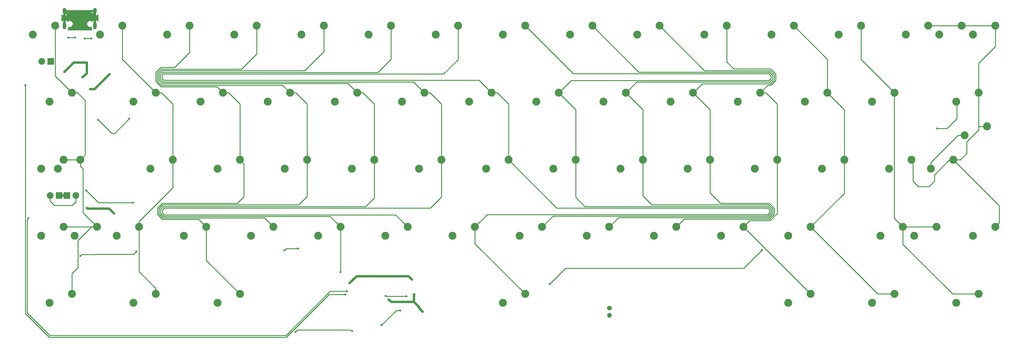
<source format=gbr>
G04 #@! TF.GenerationSoftware,KiCad,Pcbnew,(5.1.5)-3*
G04 #@! TF.CreationDate,2020-05-05T12:01:41+01:00*
G04 #@! TF.ProjectId,prophet,70726f70-6865-4742-9e6b-696361645f70,rev?*
G04 #@! TF.SameCoordinates,Original*
G04 #@! TF.FileFunction,Copper,L1,Top*
G04 #@! TF.FilePolarity,Positive*
%FSLAX46Y46*%
G04 Gerber Fmt 4.6, Leading zero omitted, Abs format (unit mm)*
G04 Created by KiCad (PCBNEW (5.1.5)-3) date 2020-05-05 12:01:41*
%MOMM*%
%LPD*%
G04 APERTURE LIST*
%ADD10R,1.905000X1.905000*%
%ADD11C,1.905000*%
%ADD12C,2.250000*%
%ADD13O,1.000000X2.100000*%
%ADD14O,1.000000X1.600000*%
%ADD15O,1.350000X1.350000*%
%ADD16C,1.350000*%
%ADD17C,0.600000*%
%ADD18C,0.635000*%
%ADD19C,0.254000*%
G04 APERTURE END LIST*
D10*
X83820000Y-107473750D03*
D11*
X81280000Y-107473750D03*
D12*
X78740000Y-99853750D03*
X85090000Y-97313750D03*
D10*
X88423750Y-145573750D03*
D11*
X90963750Y-145573750D03*
D12*
X85883750Y-137953750D03*
X92233750Y-135413750D03*
D10*
X86201250Y-145573750D03*
D11*
X83661250Y-145573750D03*
D12*
X81121250Y-137953750D03*
X87471250Y-135413750D03*
D13*
X87755000Y-97267500D03*
X96395000Y-97267500D03*
D14*
X87755000Y-93087500D03*
X96395000Y-93087500D03*
D12*
X327977500Y-135413750D03*
X321627500Y-137953750D03*
X343058750Y-128428750D03*
X349408750Y-125888750D03*
X104140000Y-97313750D03*
X97790000Y-99853750D03*
X123190000Y-97313750D03*
X116840000Y-99853750D03*
X142240000Y-97313750D03*
X135890000Y-99853750D03*
X161290000Y-97313750D03*
X154940000Y-99853750D03*
X180340000Y-97313750D03*
X173990000Y-99853750D03*
X199390000Y-97313750D03*
X193040000Y-99853750D03*
X218440000Y-97313750D03*
X212090000Y-99853750D03*
X237490000Y-97313750D03*
X231140000Y-99853750D03*
X256540000Y-97313750D03*
X250190000Y-99853750D03*
X275590000Y-97313750D03*
X269240000Y-99853750D03*
X294640000Y-97313750D03*
X288290000Y-99853750D03*
X313690000Y-97313750D03*
X307340000Y-99853750D03*
X342265000Y-97313750D03*
X335915000Y-99853750D03*
X89852500Y-116363750D03*
X83502500Y-118903750D03*
X113665000Y-116363750D03*
X107315000Y-118903750D03*
X132715000Y-116363750D03*
X126365000Y-118903750D03*
X151765000Y-116363750D03*
X145415000Y-118903750D03*
X170815000Y-116363750D03*
X164465000Y-118903750D03*
X189865000Y-116363750D03*
X183515000Y-118903750D03*
X208915000Y-116363750D03*
X202565000Y-118903750D03*
X227965000Y-116363750D03*
X221615000Y-118903750D03*
X247015000Y-116363750D03*
X240665000Y-118903750D03*
X266065000Y-116363750D03*
X259715000Y-118903750D03*
X285115000Y-116363750D03*
X278765000Y-118903750D03*
X304165000Y-116363750D03*
X297815000Y-118903750D03*
X323215000Y-116363750D03*
X316865000Y-118903750D03*
X347027500Y-116363750D03*
X340677500Y-118903750D03*
X118427500Y-135413750D03*
X112077500Y-137953750D03*
X137477500Y-135413750D03*
X131127500Y-137953750D03*
X156527500Y-135413750D03*
X150177500Y-137953750D03*
X175577500Y-135413750D03*
X169227500Y-137953750D03*
X194627500Y-135413750D03*
X188277500Y-137953750D03*
X213677500Y-135413750D03*
X207327500Y-137953750D03*
X232727500Y-135413750D03*
X226377500Y-137953750D03*
X251777500Y-135413750D03*
X245427500Y-137953750D03*
X270827500Y-135413750D03*
X264477500Y-137953750D03*
X289877500Y-135413750D03*
X283527500Y-137953750D03*
X308927500Y-135413750D03*
X302577500Y-137953750D03*
X339883750Y-135413750D03*
X333533750Y-137953750D03*
X87471250Y-154463750D03*
X81121250Y-157003750D03*
X108902500Y-154463750D03*
X102552500Y-157003750D03*
X127952500Y-154463750D03*
X121602500Y-157003750D03*
X147002500Y-154463750D03*
X140652500Y-157003750D03*
X166052500Y-154463750D03*
X159702500Y-157003750D03*
X185102500Y-154463750D03*
X178752500Y-157003750D03*
X204152500Y-154463750D03*
X197802500Y-157003750D03*
X223202500Y-154463750D03*
X216852500Y-157003750D03*
X242252500Y-154463750D03*
X235902500Y-157003750D03*
X261302500Y-154463750D03*
X254952500Y-157003750D03*
X280352500Y-154463750D03*
X274002500Y-157003750D03*
X299402500Y-154463750D03*
X293052500Y-157003750D03*
X325596250Y-154463750D03*
X319246250Y-157003750D03*
X351790000Y-154463750D03*
X345440000Y-157003750D03*
X89852500Y-173513750D03*
X83502500Y-176053750D03*
X113665000Y-173513750D03*
X107315000Y-176053750D03*
X137477500Y-173513750D03*
X131127500Y-176053750D03*
X218440000Y-173513750D03*
X212090000Y-176053750D03*
X299402500Y-173513750D03*
X293052500Y-176053750D03*
X323215000Y-173513750D03*
X316865000Y-176053750D03*
X347027500Y-173513750D03*
X340677500Y-176053750D03*
X351790000Y-97313750D03*
X345440000Y-99853750D03*
X332740000Y-97313750D03*
X326390000Y-99853750D03*
X96996250Y-154463750D03*
X90646250Y-157003750D03*
X335121250Y-154463750D03*
X328771250Y-157003750D03*
D15*
X242316000Y-179546000D03*
D16*
X242316000Y-177546000D03*
D17*
X87757000Y-110363000D03*
X94054000Y-107759500D03*
X92773500Y-111950500D03*
X188277500Y-177165000D03*
X186944000Y-173609000D03*
X179705000Y-175069500D03*
X189357000Y-178562000D03*
X101803200Y-150622000D03*
X94107000Y-149098000D03*
X184750000Y-174190000D03*
X178866800Y-174040800D03*
X186275864Y-169375000D03*
X168605200Y-170434000D03*
X175133000Y-168402000D03*
X183007000Y-178181000D03*
X177673000Y-182372000D03*
X285572200Y-161010600D03*
X225374200Y-170662600D03*
X106121200Y-123723400D03*
X97320100Y-124002800D03*
X335280000Y-126492000D03*
X107190000Y-147530000D03*
X93890000Y-144080000D03*
X150130000Y-161150000D03*
X153990000Y-160620000D03*
X169367200Y-184099200D03*
X153238200Y-184327800D03*
X108140500Y-161480500D03*
X92202000Y-162687000D03*
X100500000Y-111100000D03*
X94996000Y-115354100D03*
X166065200Y-167335200D03*
X88800000Y-100680000D03*
X90660000Y-100680000D03*
X93500000Y-100880000D03*
X95350000Y-100880000D03*
X167436800Y-173634400D03*
X76657200Y-114249200D03*
X167944800Y-172720000D03*
X77520800Y-151942800D03*
D18*
X87755000Y-97267500D02*
X87755000Y-93439060D01*
X96395000Y-93439060D02*
X96395000Y-97267500D01*
X95155560Y-94678500D02*
X96395000Y-93439060D01*
X87755000Y-93087500D02*
X89346000Y-94678500D01*
X89346000Y-94678500D02*
X95155560Y-94678500D01*
X90360500Y-107759500D02*
X94054000Y-107759500D01*
X87757000Y-110363000D02*
X90360500Y-107759500D01*
X188277500Y-177165000D02*
X186880500Y-175768000D01*
X186880500Y-175768000D02*
X186880500Y-173672500D01*
X186880500Y-173672500D02*
X186944000Y-173609000D01*
X186880500Y-175768000D02*
X180403500Y-175768000D01*
X180403500Y-175768000D02*
X179705000Y-175069500D01*
X188277500Y-177165000D02*
X188277500Y-177482500D01*
X188277500Y-177482500D02*
X189357000Y-178562000D01*
X86201250Y-145573750D02*
X88423750Y-145573750D01*
X94259400Y-149250400D02*
X100431600Y-149250400D01*
X94107000Y-149098000D02*
X94259400Y-149250400D01*
X100431600Y-149250400D02*
X101803200Y-150622000D01*
X94054000Y-110797000D02*
X94054000Y-107759500D01*
X92773500Y-111950500D02*
X92900500Y-111950500D01*
X92900500Y-111950500D02*
X94054000Y-110797000D01*
D19*
X184750000Y-174190000D02*
X179016000Y-174190000D01*
X179016000Y-174190000D02*
X178866800Y-174040800D01*
D18*
X168605200Y-170434000D02*
X170589200Y-168450000D01*
X175085000Y-168450000D02*
X175133000Y-168402000D01*
X185350864Y-168450000D02*
X186275864Y-169375000D01*
X170609000Y-168450000D02*
X185350864Y-168450000D01*
D19*
X183007000Y-178181000D02*
X181864000Y-178181000D01*
X181864000Y-178181000D02*
X177673000Y-182372000D01*
X225374200Y-170662600D02*
X225425000Y-170662600D01*
X225425000Y-170662600D02*
X229920800Y-166166800D01*
X229920800Y-166166800D02*
X280416000Y-166166800D01*
X280416000Y-166166800D02*
X285572200Y-161010600D01*
X101955600Y-127889000D02*
X106121200Y-123723400D01*
X97320100Y-124002800D02*
X101206300Y-127889000D01*
X101206300Y-127889000D02*
X101955600Y-127889000D01*
X335280000Y-126492000D02*
X338074000Y-126492000D01*
X340887647Y-123678353D02*
X340887647Y-118903750D01*
X338074000Y-126492000D02*
X340887647Y-123678353D01*
X97340000Y-147530000D02*
X93890000Y-144080000D01*
X107190000Y-147530000D02*
X97340000Y-147530000D01*
X343033946Y-128428750D02*
X341217250Y-128428750D01*
X333533750Y-136112250D02*
X333533750Y-137953750D01*
X341217250Y-128428750D02*
X333533750Y-136112250D01*
X150130000Y-161150000D02*
X150660000Y-160620000D01*
X150660000Y-160620000D02*
X153990000Y-160620000D01*
X153238200Y-184327800D02*
X153873200Y-183692800D01*
X153873200Y-183692800D02*
X168960800Y-183692800D01*
X168960800Y-183692800D02*
X169367200Y-184099200D01*
X92202000Y-162687000D02*
X92583000Y-162306000D01*
X92583000Y-162306000D02*
X96347330Y-162306000D01*
X96347330Y-162306000D02*
X96406540Y-162246790D01*
X96406540Y-162246790D02*
X107374210Y-162246790D01*
X107374210Y-162246790D02*
X108140500Y-161480500D01*
D18*
X96245900Y-115354100D02*
X100500000Y-111100000D01*
X94996000Y-115354100D02*
X96245900Y-115354100D01*
D19*
X93572301Y-118492561D02*
X93572301Y-134075199D01*
X91443490Y-116363750D02*
X93572301Y-118492561D01*
X89852500Y-116363750D02*
X91443490Y-116363750D01*
X89062240Y-154463750D02*
X96996250Y-154463750D01*
X85090000Y-111601250D02*
X85090000Y-98904740D01*
X89852500Y-116363750D02*
X85090000Y-111601250D01*
X95871251Y-153338751D02*
X96996250Y-154463750D01*
X92964000Y-150418800D02*
X95871251Y-153338751D01*
X92233750Y-137191750D02*
X92964000Y-137922000D01*
X92964000Y-137922000D02*
X92964000Y-150418800D01*
X92233750Y-135413750D02*
X92233750Y-137191750D01*
X87471250Y-154463750D02*
X89062240Y-154463750D01*
X93572301Y-134075199D02*
X93358749Y-134288751D01*
X89852500Y-171922760D02*
X89852500Y-173513750D01*
X89852500Y-167703500D02*
X89852500Y-171922760D01*
X91567000Y-165989000D02*
X89852500Y-167703500D01*
X91567000Y-158305500D02*
X91567000Y-165989000D01*
X96996250Y-154463750D02*
X95408750Y-154463750D01*
X95408750Y-154463750D02*
X91567000Y-158305500D01*
X85090000Y-98904740D02*
X85090000Y-97313750D01*
X92233750Y-135413750D02*
X93572301Y-134075199D01*
X87471250Y-135413750D02*
X92233750Y-135413750D01*
X104140000Y-106838750D02*
X113665000Y-116363750D01*
X104140000Y-97313750D02*
X104140000Y-106838750D01*
X118427500Y-133822760D02*
X118427500Y-135413750D01*
X115255990Y-116363750D02*
X118427500Y-119535260D01*
X113665000Y-116363750D02*
X115255990Y-116363750D01*
X118427500Y-143347760D02*
X118427500Y-137004740D01*
X108902500Y-154463750D02*
X108902500Y-152872760D01*
X108902500Y-152872760D02*
X118427500Y-143347760D01*
X108902500Y-154463750D02*
X108902500Y-159402500D01*
X113665000Y-171922760D02*
X108902500Y-167160260D01*
X113665000Y-173513750D02*
X113665000Y-171922760D01*
X108902500Y-167160260D02*
X108902500Y-159402500D01*
X118427500Y-137004740D02*
X118427500Y-135413750D01*
X118427500Y-119535260D02*
X118427500Y-133822760D01*
X123190000Y-97313750D02*
X123190000Y-104935000D01*
X123190000Y-104935000D02*
X118975000Y-109150000D01*
X118975000Y-109150000D02*
X115050000Y-109150000D01*
X115050000Y-109150000D02*
X113625000Y-110575000D01*
X113625000Y-110575000D02*
X113625000Y-113150000D01*
X113625000Y-113150000D02*
X115125000Y-114650000D01*
X115125000Y-114650000D02*
X131001250Y-114650000D01*
X131001250Y-114650000D02*
X132715000Y-116363750D01*
X137477500Y-133822760D02*
X137477500Y-135413750D01*
X134305990Y-116363750D02*
X137477500Y-119535260D01*
X132715000Y-116363750D02*
X134305990Y-116363750D01*
X138602499Y-136538749D02*
X138602499Y-145907501D01*
X137477500Y-135413750D02*
X138602499Y-136538749D01*
X138602499Y-145907501D02*
X136780000Y-147730000D01*
X115850000Y-147730000D02*
X115510000Y-147730000D01*
X136780000Y-147730000D02*
X115850000Y-147730000D01*
X115850000Y-147730000D02*
X115540000Y-147730000D01*
X115510000Y-147730000D02*
X114140000Y-149100000D01*
X114140000Y-149100000D02*
X114140000Y-150990000D01*
X114140000Y-150990000D02*
X115470000Y-152320000D01*
X125808750Y-152320000D02*
X127952500Y-154463750D01*
X115470000Y-152320000D02*
X125808750Y-152320000D01*
X127952500Y-163988750D02*
X137477500Y-173513750D01*
X127952500Y-154463750D02*
X127952500Y-163988750D01*
X137477500Y-119535260D02*
X137477500Y-133822760D01*
X149576250Y-114175000D02*
X151765000Y-116363750D01*
X115275000Y-114175000D02*
X149576250Y-114175000D01*
X114075000Y-112975000D02*
X115275000Y-114175000D01*
X114075000Y-110750000D02*
X114075000Y-112975000D01*
X115225000Y-109600000D02*
X114075000Y-110750000D01*
X137925000Y-109600000D02*
X115225000Y-109600000D01*
X142240000Y-105285000D02*
X137925000Y-109600000D01*
X142240000Y-97313750D02*
X142240000Y-105285000D01*
X156527500Y-133822760D02*
X156527500Y-135413750D01*
X153355990Y-116363750D02*
X156527500Y-119535260D01*
X151765000Y-116363750D02*
X153355990Y-116363750D01*
X156527500Y-135413750D02*
X156527500Y-145802500D01*
X156527500Y-145802500D02*
X154160000Y-148170000D01*
X154160000Y-148170000D02*
X115790000Y-148170000D01*
X115690000Y-148170000D02*
X114590000Y-149270000D01*
X114590000Y-149270000D02*
X114590000Y-150820000D01*
X114590000Y-150820000D02*
X115650000Y-151880000D01*
X144418750Y-151880000D02*
X147002500Y-154463750D01*
X115650000Y-151880000D02*
X144418750Y-151880000D01*
X115790000Y-148170000D02*
X115690000Y-148170000D01*
X156527500Y-119535260D02*
X156527500Y-133822760D01*
X169690001Y-115238751D02*
X170815000Y-116363750D01*
X114511378Y-112782722D02*
X115467276Y-113738620D01*
X155881809Y-110043191D02*
X115410465Y-110043191D01*
X115467276Y-113738620D02*
X168189870Y-113738620D01*
X161290000Y-104635000D02*
X155881809Y-110043191D01*
X115410465Y-110043191D02*
X114511378Y-110942278D01*
X161290000Y-97313750D02*
X161290000Y-104635000D01*
X114511378Y-110942278D02*
X114511378Y-112782722D01*
X175577500Y-133822760D02*
X175577500Y-135413750D01*
X172405990Y-116363750D02*
X175577500Y-119535260D01*
X170815000Y-116363750D02*
X172405990Y-116363750D01*
X175577500Y-135413750D02*
X175577500Y-146212500D01*
X175577500Y-146212500D02*
X173158191Y-148631809D01*
X163028750Y-151440000D02*
X164927501Y-153338751D01*
X115830000Y-151440000D02*
X163028750Y-151440000D01*
X115848191Y-148631809D02*
X115030000Y-149450000D01*
X173158191Y-148631809D02*
X115848191Y-148631809D01*
X115030000Y-149450000D02*
X115030000Y-150640000D01*
X115030000Y-150640000D02*
X115830000Y-151440000D01*
X166052500Y-167322500D02*
X166065200Y-167335200D01*
X166052500Y-154463750D02*
X166052500Y-167322500D01*
X164927501Y-153338751D02*
X166052500Y-154463750D01*
X175577500Y-119535260D02*
X175577500Y-133822760D01*
X168189870Y-113738620D02*
X169690001Y-115238751D01*
X180340000Y-98904740D02*
X180340000Y-97313750D01*
X115507517Y-110556811D02*
X176621939Y-110556811D01*
X186808059Y-113306809D02*
X115646137Y-113306809D01*
X114943189Y-111121139D02*
X115507517Y-110556811D01*
X189865000Y-116363750D02*
X186808059Y-113306809D01*
X115646137Y-113306809D02*
X114943189Y-112603861D01*
X114943189Y-112603861D02*
X114943189Y-111121139D01*
X176621939Y-110556811D02*
X180340000Y-106838750D01*
X194627500Y-133822760D02*
X194627500Y-135413750D01*
X191455990Y-116363750D02*
X194627500Y-119535260D01*
X189865000Y-116363750D02*
X191455990Y-116363750D01*
X194627500Y-135413750D02*
X194627500Y-145982500D01*
X194627500Y-145982500D02*
X191540000Y-149070000D01*
X191540000Y-149070000D02*
X116094127Y-149070000D01*
X181646939Y-151008189D02*
X183977501Y-153338751D01*
X116018189Y-151008189D02*
X181646939Y-151008189D01*
X115480000Y-149684127D02*
X115480000Y-150470000D01*
X115480000Y-150470000D02*
X116018189Y-151008189D01*
X116094127Y-149070000D02*
X115480000Y-149684127D01*
X183977501Y-153338751D02*
X185102500Y-154463750D01*
X194627500Y-119535260D02*
X194627500Y-133822760D01*
X180340000Y-106838750D02*
X180340000Y-98904740D01*
X207790001Y-115238751D02*
X208915000Y-116363750D01*
X115800210Y-112800210D02*
X205351460Y-112800210D01*
X199390000Y-97313750D02*
X199390000Y-106910000D01*
X199390000Y-106910000D02*
X195275410Y-111024590D01*
X195275410Y-111024590D02*
X115675410Y-111024590D01*
X115675410Y-111024590D02*
X115375000Y-111325000D01*
X115375000Y-111325000D02*
X115375000Y-112375000D01*
X115375000Y-112375000D02*
X115800210Y-112800210D01*
X213677500Y-133822760D02*
X213677500Y-135413750D01*
X210505990Y-116363750D02*
X213677500Y-119535260D01*
X208915000Y-116363750D02*
X210505990Y-116363750D01*
X227353750Y-149090000D02*
X287158577Y-149090000D01*
X287758854Y-149690277D02*
X287758854Y-150340177D01*
X207698061Y-150918189D02*
X205277499Y-153338751D01*
X287180842Y-150918189D02*
X207698061Y-150918189D01*
X287758854Y-150340177D02*
X287180842Y-150918189D01*
X287158577Y-149090000D02*
X287758854Y-149690277D01*
X213677500Y-135413750D02*
X227353750Y-149090000D01*
X218440000Y-173513750D02*
X204152500Y-159226250D01*
X204152500Y-156054740D02*
X204152500Y-154463750D01*
X204152500Y-159226250D02*
X204152500Y-156054740D01*
X205277499Y-153338751D02*
X204152500Y-154463750D01*
X213677500Y-119535260D02*
X213677500Y-133822760D01*
X205351460Y-112800210D02*
X207790001Y-115238751D01*
X288175237Y-112260619D02*
X287565856Y-112870000D01*
X288175237Y-111581210D02*
X288175237Y-112260619D01*
X231458750Y-112870000D02*
X229089999Y-115238751D01*
X218440000Y-97313750D02*
X232046250Y-110920000D01*
X232046250Y-110920000D02*
X287514027Y-110920000D01*
X287565856Y-112870000D02*
X231458750Y-112870000D01*
X287514027Y-110920000D02*
X288175237Y-111581210D01*
X232727500Y-121126250D02*
X232727500Y-135413750D01*
X227965000Y-116363750D02*
X232727500Y-121126250D01*
X232727500Y-135413750D02*
X232727500Y-146077500D01*
X232727500Y-146077500D02*
X235280000Y-148630000D01*
X235280000Y-148630000D02*
X287310000Y-148630000D01*
X287310000Y-148630000D02*
X288200000Y-149520000D01*
X288190664Y-150509336D02*
X288190664Y-150519039D01*
X288200000Y-149520000D02*
X288200000Y-150500000D01*
X288200000Y-150500000D02*
X288190664Y-150509336D01*
X288190664Y-150519039D02*
X287359703Y-151350000D01*
X226316250Y-151350000D02*
X223202500Y-154463750D01*
X287359703Y-151350000D02*
X226316250Y-151350000D01*
X229089999Y-115238751D02*
X227965000Y-116363750D01*
X250656250Y-110480000D02*
X287689328Y-110480000D01*
X287689328Y-110480000D02*
X288607048Y-111397720D01*
X288607048Y-111397720D02*
X288607048Y-112462952D01*
X237490000Y-97313750D02*
X250656250Y-110480000D01*
X288607048Y-112462952D02*
X287760000Y-113310000D01*
X250068750Y-113310000D02*
X248139999Y-115238751D01*
X287760000Y-113310000D02*
X250068750Y-113310000D01*
X251777500Y-121126250D02*
X251777500Y-135413750D01*
X247015000Y-116363750D02*
X251777500Y-121126250D01*
X251777500Y-135413750D02*
X251777500Y-145637500D01*
X251777500Y-145637500D02*
X254320000Y-148180000D01*
X254320000Y-148180000D02*
X287480000Y-148180000D01*
X287480000Y-148180000D02*
X288640000Y-149340000D01*
X288640000Y-149340000D02*
X288640000Y-150690000D01*
X288640000Y-150690000D02*
X287540000Y-151790000D01*
X244926250Y-151790000D02*
X242252500Y-154463750D01*
X287540000Y-151790000D02*
X244926250Y-151790000D01*
X248139999Y-115238751D02*
X247015000Y-116363750D01*
X287870000Y-110030000D02*
X289038859Y-111198859D01*
X267189999Y-115238751D02*
X266065000Y-116363750D01*
X289038859Y-111198859D02*
X289038859Y-112650469D01*
X289038859Y-112650469D02*
X287939328Y-113750000D01*
X287939328Y-113750000D02*
X268678750Y-113750000D01*
X269256250Y-110030000D02*
X287870000Y-110030000D01*
X256540000Y-97313750D02*
X269256250Y-110030000D01*
X270827500Y-121126250D02*
X270827500Y-135413750D01*
X266065000Y-116363750D02*
X270827500Y-121126250D01*
X270827500Y-135413750D02*
X270827500Y-144757500D01*
X270827500Y-144757500D02*
X273800000Y-147730000D01*
X273800000Y-147730000D02*
X287670000Y-147730000D01*
X287670000Y-147730000D02*
X289090000Y-149150000D01*
X289090000Y-149150000D02*
X289090000Y-150870000D01*
X289090000Y-150870000D02*
X287720000Y-152240000D01*
X263526250Y-152240000D02*
X261302500Y-154463750D01*
X287720000Y-152240000D02*
X263526250Y-152240000D01*
X268678750Y-113750000D02*
X267189999Y-115238751D01*
X275590000Y-97313750D02*
X275590000Y-107580000D01*
X275590000Y-107580000D02*
X277600000Y-109590000D01*
X288048861Y-109598190D02*
X288301810Y-109851140D01*
X288008190Y-109598190D02*
X288048861Y-109598190D01*
X277600000Y-109590000D02*
X288000000Y-109590000D01*
X288000000Y-109590000D02*
X288008190Y-109598190D01*
X288301810Y-109851140D02*
X289470670Y-111020000D01*
X289470670Y-111020000D02*
X289470670Y-112829330D01*
X289470670Y-112829330D02*
X288110000Y-114190000D01*
X287288750Y-114190000D02*
X285115000Y-116363750D01*
X288110000Y-114190000D02*
X287288750Y-114190000D01*
X289877500Y-133822760D02*
X289877500Y-135413750D01*
X286705990Y-116363750D02*
X289877500Y-119535260D01*
X285115000Y-116363750D02*
X286705990Y-116363750D01*
X289877500Y-135413750D02*
X289877500Y-150712500D01*
X289877500Y-150712500D02*
X287910000Y-152680000D01*
X282136250Y-152680000D02*
X280352500Y-154463750D01*
X287910000Y-152680000D02*
X282136250Y-152680000D01*
X298277501Y-172388751D02*
X299402500Y-173513750D01*
X280352500Y-154463750D02*
X298277501Y-172388751D01*
X289877500Y-119535260D02*
X289877500Y-133822760D01*
X308927500Y-144938750D02*
X308927500Y-135413750D01*
X299402500Y-154463750D02*
X308927500Y-144938750D01*
X308927500Y-121126250D02*
X304165000Y-116363750D01*
X308927500Y-135413750D02*
X308927500Y-121126250D01*
X304165000Y-106838750D02*
X294640000Y-97313750D01*
X304165000Y-116363750D02*
X304165000Y-106838750D01*
X318452500Y-173513750D02*
X323215000Y-173513750D01*
X299402500Y-154463750D02*
X318452500Y-173513750D01*
X313690000Y-106838750D02*
X323215000Y-116363750D01*
X313690000Y-97313750D02*
X313690000Y-106838750D01*
X324471251Y-153338751D02*
X325596250Y-154463750D01*
X323138799Y-118030941D02*
X323138799Y-152006299D01*
X323215000Y-117954740D02*
X323138799Y-118030941D01*
X323215000Y-116363750D02*
X323215000Y-117954740D01*
X333530260Y-154463750D02*
X325596250Y-154463750D01*
X345436510Y-173513750D02*
X347027500Y-173513750D01*
X325596250Y-154463750D02*
X325596250Y-159384856D01*
X325596250Y-159384856D02*
X338455144Y-172243750D01*
X338455144Y-172243750D02*
X339725144Y-173513750D01*
X339725144Y-173513750D02*
X345436510Y-173513750D01*
X335121250Y-154463750D02*
X333530260Y-154463750D01*
X323138799Y-152006299D02*
X324471251Y-153338751D01*
X351790000Y-98904740D02*
X351790000Y-97313750D01*
X347027500Y-107950144D02*
X351790000Y-103187644D01*
X347027500Y-116363750D02*
X347027500Y-107950144D01*
X350199010Y-97313750D02*
X342265000Y-97313750D01*
X340674010Y-97313750D02*
X332740000Y-97313750D01*
X342265000Y-97313750D02*
X340674010Y-97313750D01*
X351790000Y-97313750D02*
X350199010Y-97313750D01*
X351790000Y-103187644D02*
X351790000Y-98904740D01*
X341008749Y-136538749D02*
X339883750Y-135413750D01*
X352914999Y-153338751D02*
X352914999Y-148444999D01*
X352914999Y-148444999D02*
X341008749Y-136538749D01*
X351790000Y-154463750D02*
X352914999Y-153338751D01*
X347027500Y-126174500D02*
X347027500Y-116363750D01*
X347027500Y-126936500D02*
X347027500Y-126174500D01*
X343662000Y-130302000D02*
X347027500Y-126936500D01*
X343662000Y-133604000D02*
X343662000Y-130302000D01*
X339883750Y-135413750D02*
X341852250Y-135413750D01*
X341852250Y-135413750D02*
X343662000Y-133604000D01*
X347313250Y-125888750D02*
X347027500Y-126174500D01*
X349383946Y-125888750D02*
X347313250Y-125888750D01*
X339883750Y-135413750D02*
X338804250Y-135413750D01*
X338804250Y-135413750D02*
X334518000Y-139700000D01*
X334518000Y-139700000D02*
X334518000Y-141478000D01*
X334518000Y-141478000D02*
X332994000Y-143002000D01*
X332994000Y-143002000D02*
X329946000Y-143002000D01*
X329946000Y-143002000D02*
X328422000Y-141478000D01*
X328422000Y-135855149D02*
X327980601Y-135413750D01*
X328422000Y-141478000D02*
X328422000Y-135855149D01*
X90850000Y-100680000D02*
X90660000Y-100680000D01*
X88800000Y-100680000D02*
X90660000Y-100680000D01*
X93500000Y-100880000D02*
X95350000Y-100880000D01*
X84836000Y-148336000D02*
X83661250Y-147161250D01*
X83661250Y-147161250D02*
X83661250Y-145573750D01*
X89916000Y-148336000D02*
X84836000Y-148336000D01*
X90963750Y-145573750D02*
X90963750Y-147288250D01*
X90963750Y-147288250D02*
X89916000Y-148336000D01*
X162864800Y-173634400D02*
X150672800Y-185826400D01*
X167436800Y-173634400D02*
X162864800Y-173634400D01*
X150672800Y-185826400D02*
X83413600Y-185826400D01*
X83413600Y-185826400D02*
X76657200Y-179070000D01*
X76657200Y-179070000D02*
X76657200Y-114249200D01*
X163118800Y-172720000D02*
X150520400Y-185318400D01*
X77165200Y-178866800D02*
X77165200Y-152298400D01*
X167944800Y-172720000D02*
X163118800Y-172720000D01*
X150520400Y-185318400D02*
X83616800Y-185318400D01*
X77165200Y-152298400D02*
X77520800Y-151942800D01*
X83616800Y-185318400D02*
X77165200Y-178866800D01*
G36*
X96542000Y-93214500D02*
G01*
X96522000Y-93214500D01*
X96522000Y-94355454D01*
X96696874Y-94481619D01*
X96919976Y-94401776D01*
X97107764Y-94279869D01*
X97218500Y-94172031D01*
X97218500Y-95932969D01*
X97107764Y-95825131D01*
X96919976Y-95703224D01*
X96696874Y-95623381D01*
X96522000Y-95749546D01*
X96522000Y-97140500D01*
X96542000Y-97140500D01*
X96542000Y-97394500D01*
X96522000Y-97394500D01*
X96522000Y-97414500D01*
X96268000Y-97414500D01*
X96268000Y-97394500D01*
X96248000Y-97394500D01*
X96248000Y-97140500D01*
X96268000Y-97140500D01*
X96268000Y-95749546D01*
X96093126Y-95623381D01*
X95870024Y-95703224D01*
X95682236Y-95825131D01*
X95537884Y-95965706D01*
X95419731Y-95886759D01*
X95245022Y-95814392D01*
X95059552Y-95777500D01*
X94870448Y-95777500D01*
X94684978Y-95814392D01*
X94510269Y-95886759D01*
X94353036Y-95991819D01*
X94219319Y-96125536D01*
X94114259Y-96282769D01*
X94041892Y-96457478D01*
X94005000Y-96642948D01*
X94005000Y-96832052D01*
X94041892Y-97017522D01*
X94114259Y-97192231D01*
X94219319Y-97349464D01*
X94353036Y-97483181D01*
X94510269Y-97588241D01*
X94684978Y-97660608D01*
X94870448Y-97697500D01*
X95059552Y-97697500D01*
X95245022Y-97660608D01*
X95260000Y-97654404D01*
X95260000Y-97944500D01*
X95306585Y-98163487D01*
X95394997Y-98369178D01*
X95433376Y-98425000D01*
X88716624Y-98425000D01*
X88755003Y-98369178D01*
X88843415Y-98163487D01*
X88890000Y-97944500D01*
X88890000Y-97654404D01*
X88904978Y-97660608D01*
X89090448Y-97697500D01*
X89279552Y-97697500D01*
X89465022Y-97660608D01*
X89639731Y-97588241D01*
X89796964Y-97483181D01*
X89930681Y-97349464D01*
X90035741Y-97192231D01*
X90108108Y-97017522D01*
X90145000Y-96832052D01*
X90145000Y-96642948D01*
X90108108Y-96457478D01*
X90035741Y-96282769D01*
X89930681Y-96125536D01*
X89796964Y-95991819D01*
X89639731Y-95886759D01*
X89465022Y-95814392D01*
X89279552Y-95777500D01*
X89090448Y-95777500D01*
X88904978Y-95814392D01*
X88730269Y-95886759D01*
X88612116Y-95965706D01*
X88467764Y-95825131D01*
X88279976Y-95703224D01*
X88056874Y-95623381D01*
X87882000Y-95749546D01*
X87882000Y-97140500D01*
X87902000Y-97140500D01*
X87902000Y-97394500D01*
X87882000Y-97394500D01*
X87882000Y-97414500D01*
X87628000Y-97414500D01*
X87628000Y-97394500D01*
X87608000Y-97394500D01*
X87608000Y-97140500D01*
X87628000Y-97140500D01*
X87628000Y-95749546D01*
X87453126Y-95623381D01*
X87230024Y-95703224D01*
X87042236Y-95825131D01*
X86931500Y-95932969D01*
X86931500Y-94172031D01*
X87042236Y-94279869D01*
X87230024Y-94401776D01*
X87453126Y-94481619D01*
X87628000Y-94355454D01*
X87628000Y-93214500D01*
X87882000Y-93214500D01*
X87882000Y-94355454D01*
X88056874Y-94481619D01*
X88279976Y-94401776D01*
X88467764Y-94279869D01*
X88628161Y-94123669D01*
X88755003Y-93939178D01*
X88843415Y-93733487D01*
X88890000Y-93514500D01*
X88890000Y-93214500D01*
X95260000Y-93214500D01*
X95260000Y-93514500D01*
X95306585Y-93733487D01*
X95394997Y-93939178D01*
X95521839Y-94123669D01*
X95682236Y-94279869D01*
X95870024Y-94401776D01*
X96093126Y-94481619D01*
X96268000Y-94355454D01*
X96268000Y-93214500D01*
X95260000Y-93214500D01*
X88890000Y-93214500D01*
X87882000Y-93214500D01*
X87628000Y-93214500D01*
X87608000Y-93214500D01*
X87608000Y-92964000D01*
X96542000Y-92964000D01*
X96542000Y-93214500D01*
G37*
X96542000Y-93214500D02*
X96522000Y-93214500D01*
X96522000Y-94355454D01*
X96696874Y-94481619D01*
X96919976Y-94401776D01*
X97107764Y-94279869D01*
X97218500Y-94172031D01*
X97218500Y-95932969D01*
X97107764Y-95825131D01*
X96919976Y-95703224D01*
X96696874Y-95623381D01*
X96522000Y-95749546D01*
X96522000Y-97140500D01*
X96542000Y-97140500D01*
X96542000Y-97394500D01*
X96522000Y-97394500D01*
X96522000Y-97414500D01*
X96268000Y-97414500D01*
X96268000Y-97394500D01*
X96248000Y-97394500D01*
X96248000Y-97140500D01*
X96268000Y-97140500D01*
X96268000Y-95749546D01*
X96093126Y-95623381D01*
X95870024Y-95703224D01*
X95682236Y-95825131D01*
X95537884Y-95965706D01*
X95419731Y-95886759D01*
X95245022Y-95814392D01*
X95059552Y-95777500D01*
X94870448Y-95777500D01*
X94684978Y-95814392D01*
X94510269Y-95886759D01*
X94353036Y-95991819D01*
X94219319Y-96125536D01*
X94114259Y-96282769D01*
X94041892Y-96457478D01*
X94005000Y-96642948D01*
X94005000Y-96832052D01*
X94041892Y-97017522D01*
X94114259Y-97192231D01*
X94219319Y-97349464D01*
X94353036Y-97483181D01*
X94510269Y-97588241D01*
X94684978Y-97660608D01*
X94870448Y-97697500D01*
X95059552Y-97697500D01*
X95245022Y-97660608D01*
X95260000Y-97654404D01*
X95260000Y-97944500D01*
X95306585Y-98163487D01*
X95394997Y-98369178D01*
X95433376Y-98425000D01*
X88716624Y-98425000D01*
X88755003Y-98369178D01*
X88843415Y-98163487D01*
X88890000Y-97944500D01*
X88890000Y-97654404D01*
X88904978Y-97660608D01*
X89090448Y-97697500D01*
X89279552Y-97697500D01*
X89465022Y-97660608D01*
X89639731Y-97588241D01*
X89796964Y-97483181D01*
X89930681Y-97349464D01*
X90035741Y-97192231D01*
X90108108Y-97017522D01*
X90145000Y-96832052D01*
X90145000Y-96642948D01*
X90108108Y-96457478D01*
X90035741Y-96282769D01*
X89930681Y-96125536D01*
X89796964Y-95991819D01*
X89639731Y-95886759D01*
X89465022Y-95814392D01*
X89279552Y-95777500D01*
X89090448Y-95777500D01*
X88904978Y-95814392D01*
X88730269Y-95886759D01*
X88612116Y-95965706D01*
X88467764Y-95825131D01*
X88279976Y-95703224D01*
X88056874Y-95623381D01*
X87882000Y-95749546D01*
X87882000Y-97140500D01*
X87902000Y-97140500D01*
X87902000Y-97394500D01*
X87882000Y-97394500D01*
X87882000Y-97414500D01*
X87628000Y-97414500D01*
X87628000Y-97394500D01*
X87608000Y-97394500D01*
X87608000Y-97140500D01*
X87628000Y-97140500D01*
X87628000Y-95749546D01*
X87453126Y-95623381D01*
X87230024Y-95703224D01*
X87042236Y-95825131D01*
X86931500Y-95932969D01*
X86931500Y-94172031D01*
X87042236Y-94279869D01*
X87230024Y-94401776D01*
X87453126Y-94481619D01*
X87628000Y-94355454D01*
X87628000Y-93214500D01*
X87882000Y-93214500D01*
X87882000Y-94355454D01*
X88056874Y-94481619D01*
X88279976Y-94401776D01*
X88467764Y-94279869D01*
X88628161Y-94123669D01*
X88755003Y-93939178D01*
X88843415Y-93733487D01*
X88890000Y-93514500D01*
X88890000Y-93214500D01*
X95260000Y-93214500D01*
X95260000Y-93514500D01*
X95306585Y-93733487D01*
X95394997Y-93939178D01*
X95521839Y-94123669D01*
X95682236Y-94279869D01*
X95870024Y-94401776D01*
X96093126Y-94481619D01*
X96268000Y-94355454D01*
X96268000Y-93214500D01*
X95260000Y-93214500D01*
X88890000Y-93214500D01*
X87882000Y-93214500D01*
X87628000Y-93214500D01*
X87608000Y-93214500D01*
X87608000Y-92964000D01*
X96542000Y-92964000D01*
X96542000Y-93214500D01*
M02*

</source>
